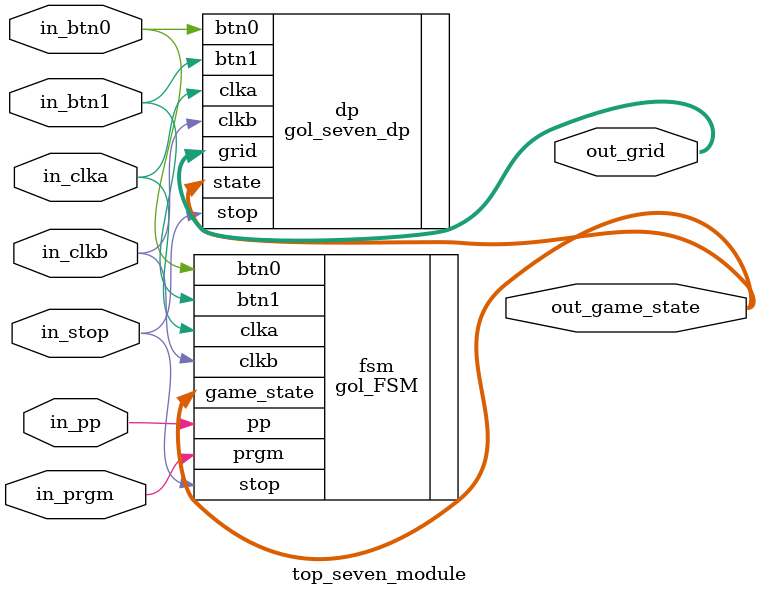
<source format=v>
module top_seven_module (in_clka, in_clkb, in_stop, in_prgm, in_pp, in_btn0, in_btn1, out_game_state, out_grid);
    input wire in_clka, in_clkb, in_stop, in_prgm, in_pp, in_btn0, in_btn1;
    output wire [1:0] out_game_state;
    output wire [48:0] out_grid;

    gol_FSM fsm(.clka(in_clka), 
                        .clkb(in_clkb),
                        .stop(in_stop),
                        .prgm(in_prgm),
                        .pp(in_pp),
                        .btn0(in_btn0),
                        .btn1(in_btn1),
                        .game_state(out_game_state));

    gol_seven_dp dp(.clka(in_clka), 
                        .clkb(in_clkb), 
                        .state(out_game_state), 
                        .btn0(in_btn0),
                        .btn1(in_btn1), 
                        .stop(in_stop), 
                        .grid(out_grid));
endmodule

</source>
